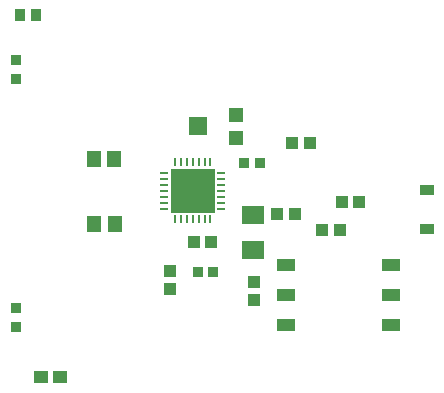
<source format=gtp>
G04 Layer_Color=7318015*
%FSLAX24Y24*%
%MOIN*%
G70*
G01*
G75*
%ADD10R,0.0453X0.0532*%
%ADD11R,0.0472X0.0472*%
%ADD12R,0.0591X0.0630*%
%ADD13R,0.0335X0.0374*%
%ADD14R,0.0413X0.0394*%
%ADD15R,0.0591X0.0433*%
%ADD16R,0.0591X0.0433*%
%ADD17R,0.0591X0.0433*%
%ADD18R,0.0394X0.0413*%
%ADD19R,0.0480X0.0358*%
%ADD20O,0.0098X0.0315*%
%ADD21O,0.0315X0.0098*%
%ADD22R,0.1457X0.1457*%
%ADD23R,0.0748X0.0610*%
%ADD24R,0.0354X0.0413*%
%ADD25R,0.0335X0.0335*%
%ADD26R,0.0453X0.0413*%
D10*
X13218Y17884D02*
D03*
X13907D02*
D03*
X13228Y15718D02*
D03*
X13917D02*
D03*
D11*
X17982Y19350D02*
D03*
Y18563D02*
D03*
D12*
X16703Y18957D02*
D03*
D13*
X18248Y17726D02*
D03*
X18780D02*
D03*
X17215Y14094D02*
D03*
X16683D02*
D03*
D14*
X21486Y16437D02*
D03*
X22077D02*
D03*
X19331Y16024D02*
D03*
X19921D02*
D03*
X20827Y15502D02*
D03*
X21417D02*
D03*
X19843Y18396D02*
D03*
X20433D02*
D03*
X17146Y15098D02*
D03*
X16555D02*
D03*
D15*
X23140Y13341D02*
D03*
Y12341D02*
D03*
Y14341D02*
D03*
D16*
X19636D02*
D03*
D17*
Y13341D02*
D03*
Y12341D02*
D03*
D18*
X15768Y13553D02*
D03*
Y14144D02*
D03*
X18553Y13169D02*
D03*
Y13760D02*
D03*
D19*
X24321Y15535D02*
D03*
Y16827D02*
D03*
D20*
X15935Y15856D02*
D03*
X16132D02*
D03*
X16329D02*
D03*
X16526D02*
D03*
X16722D02*
D03*
X16919D02*
D03*
X17116D02*
D03*
Y17766D02*
D03*
X16919D02*
D03*
X16722D02*
D03*
X16526D02*
D03*
X16329D02*
D03*
X16132D02*
D03*
X15935D02*
D03*
D21*
X17480Y16220D02*
D03*
Y16417D02*
D03*
Y16614D02*
D03*
Y16811D02*
D03*
Y17008D02*
D03*
Y17205D02*
D03*
Y17402D02*
D03*
X15571D02*
D03*
Y17205D02*
D03*
Y17008D02*
D03*
Y16811D02*
D03*
Y16614D02*
D03*
Y16417D02*
D03*
Y16220D02*
D03*
D22*
X16526Y16811D02*
D03*
D23*
X18543Y16004D02*
D03*
Y14843D02*
D03*
D24*
X11289Y22657D02*
D03*
X10758D02*
D03*
D25*
X10620Y20551D02*
D03*
X10630Y21181D02*
D03*
Y12283D02*
D03*
Y12913D02*
D03*
D26*
X11467Y10591D02*
D03*
X12116D02*
D03*
M02*

</source>
